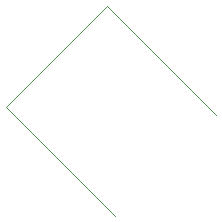
<source format=gbr>
%TF.GenerationSoftware,KiCad,Pcbnew,(5.1.8)-1*%
%TF.CreationDate,2021-04-26T00:51:06-04:00*%
%TF.ProjectId,Dogekey,446f6765-6b65-4792-9e6b-696361645f70,rev?*%
%TF.SameCoordinates,Original*%
%TF.FileFunction,Legend,Top*%
%TF.FilePolarity,Positive*%
%FSLAX46Y46*%
G04 Gerber Fmt 4.6, Leading zero omitted, Abs format (unit mm)*
G04 Created by KiCad (PCBNEW (5.1.8)-1) date 2021-04-26 00:51:06*
%MOMM*%
%LPD*%
G01*
G04 APERTURE LIST*
%ADD10C,0.120000*%
G04 APERTURE END LIST*
D10*
%TO.C,J1*%
X27418432Y-40787189D02*
X36665622Y-50034378D01*
X18887189Y-49318432D02*
X28134378Y-58565622D01*
X18887189Y-49318432D02*
X27418432Y-40787189D01*
%TD*%
M02*

</source>
